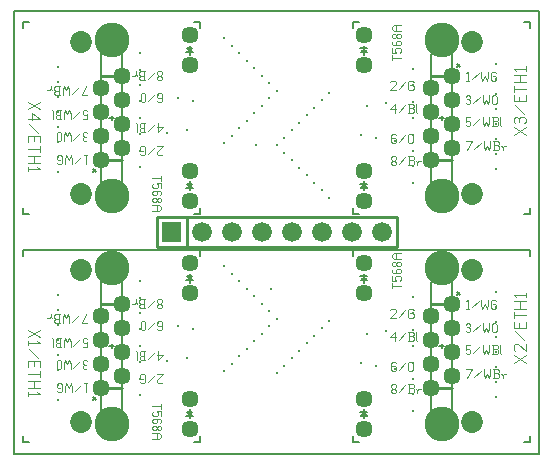
<source format=gbr>
G04 This is an RS-274x file exported by *
G04 gerbv version 2.7.0 *
G04 More information is available about gerbv at *
G04 http://gerbv.geda-project.org/ *
G04 --End of header info--*
%MOIN*%
%FSLAX36Y36*%
%IPPOS*%
G04 --Define apertures--*
%ADD10C,0.0060*%
%ADD11C,0.0030*%
%ADD12C,0.0100*%
%ADD13C,0.0040*%
%ADD14C,0.0572*%
%ADD15C,0.1162*%
%ADD16C,0.0729*%
%ADD17C,0.0660*%
%ADD18C,0.0001*%
%ADD19C,0.0350*%
%ADD20C,0.0940*%
%ADD21C,0.0510*%
%ADD22C,0.0380*%
%ADD23C,0.0130*%
G04 --Start main section--*
G54D10*
G01X1477420Y1752270D02*
G01X1493170Y1768020D01*
G01X1493170Y1752270D02*
G01X1477420Y1768020D01*
G01X0055000Y1180000D02*
G01X1745000Y1180000D01*
G01X0322580Y0727420D02*
G01X0306830Y0711670D01*
G01X0306830Y0727420D02*
G01X0322580Y0711670D01*
G01X0322580Y1487420D02*
G01X0306830Y1471670D01*
G01X0306830Y1487420D02*
G01X0322580Y1471670D01*
G01X1477420Y0992270D02*
G01X1493170Y1008020D01*
G01X1493170Y0992270D02*
G01X1477420Y1008020D01*
G54D11*
G01X0516260Y1425800D02*
G01X0516260Y1410800D01*
G01X0486260Y1418300D02*
G01X0516260Y1418300D01*
G01X0516260Y1401800D02*
G01X0516260Y1386800D01*
G01X0501260Y1401800D02*
G01X0516260Y1401800D01*
G01X0501260Y1401800D02*
G01X0505010Y1398050D01*
G01X0505010Y1398050D02*
G01X0505010Y1390550D01*
G01X0505010Y1390550D02*
G01X0501260Y1386800D01*
G01X0490010Y1386800D02*
G01X0501260Y1386800D01*
G01X0486260Y1390550D02*
G01X0490010Y1386800D01*
G01X0486260Y1398050D02*
G01X0486260Y1390550D01*
G01X0490010Y1401800D02*
G01X0486260Y1398050D01*
G01X0516260Y1366550D02*
G01X0512510Y1362800D01*
G01X0516260Y1374050D02*
G01X0516260Y1366550D01*
G01X0512510Y1377800D02*
G01X0516260Y1374050D01*
G01X0490010Y1377800D02*
G01X0512510Y1377800D01*
G01X0490010Y1377800D02*
G01X0486260Y1374050D01*
G01X0502760Y1366550D02*
G01X0499010Y1362800D01*
G01X0502760Y1377800D02*
G01X0502760Y1366550D01*
G01X0486260Y1374050D02*
G01X0486260Y1366550D01*
G01X0486260Y1366550D02*
G01X0490010Y1362800D01*
G01X0490010Y1362800D02*
G01X0499010Y1362800D01*
G01X0490010Y1353800D02*
G01X0486260Y1350050D01*
G01X0490010Y1353800D02*
G01X0496010Y1353800D01*
G01X0496010Y1353800D02*
G01X0501260Y1348550D01*
G01X0501260Y1348550D02*
G01X0501260Y1344050D01*
G01X0501260Y1344050D02*
G01X0496010Y1338800D01*
G01X0490010Y1338800D02*
G01X0496010Y1338800D01*
G01X0486260Y1342550D02*
G01X0490010Y1338800D01*
G01X0486260Y1350050D02*
G01X0486260Y1342550D01*
G01X0506510Y1353800D02*
G01X0501260Y1348550D01*
G01X0506510Y1353800D02*
G01X0512510Y1353800D01*
G01X0512510Y1353800D02*
G01X0516260Y1350050D01*
G01X0516260Y1350050D02*
G01X0516260Y1342550D01*
G01X0516260Y1342550D02*
G01X0512510Y1338800D01*
G01X0506510Y1338800D02*
G01X0512510Y1338800D01*
G01X0501260Y1344050D02*
G01X0506510Y1338800D01*
G01X0486260Y1329800D02*
G01X0508760Y1329800D01*
G01X0508760Y1329800D02*
G01X0516260Y1324550D01*
G01X0516260Y1324550D02*
G01X0516260Y1316300D01*
G01X0516260Y1316300D02*
G01X0508760Y1311050D01*
G01X0486260Y1311050D02*
G01X0508760Y1311050D01*
G01X0501260Y1329800D02*
G01X0501260Y1311050D01*
G01X0521200Y1499450D02*
G01X0517450Y1495700D01*
G01X0506200Y1495700D02*
G01X0517450Y1495700D01*
G01X0506200Y1495700D02*
G01X0502450Y1499450D01*
G01X0502450Y1506950D02*
G01X0502450Y1499450D01*
G01X0521200Y1525700D02*
G01X0502450Y1506950D01*
G01X0502450Y1525700D02*
G01X0521200Y1525700D01*
G01X0493450Y1521950D02*
G01X0470950Y1499450D01*
G01X0446950Y1495700D02*
G01X0443200Y1499450D01*
G01X0446950Y1495700D02*
G01X0458200Y1495700D01*
G01X0461950Y1499450D02*
G01X0458200Y1495700D01*
G01X0461950Y1521950D02*
G01X0461950Y1499450D01*
G01X0461950Y1521950D02*
G01X0458200Y1525700D01*
G01X0446950Y1525700D02*
G01X0458200Y1525700D01*
G01X0446950Y1525700D02*
G01X0443200Y1521950D01*
G01X0443200Y1521950D02*
G01X0443200Y1514450D01*
G01X0446950Y1510700D02*
G01X0443200Y1514450D01*
G01X0446950Y1510700D02*
G01X0454450Y1510700D01*
G01X0521200Y1591030D02*
G01X0506200Y1572280D01*
G01X0502450Y1591030D02*
G01X0521200Y1591030D01*
G01X0506200Y1602280D02*
G01X0506200Y1572280D01*
G01X0493450Y1598530D02*
G01X0470950Y1576030D01*
G01X0446950Y1602280D02*
G01X0461950Y1602280D01*
G01X0446950Y1602280D02*
G01X0443200Y1598530D01*
G01X0443200Y1598530D02*
G01X0443200Y1589530D01*
G01X0446950Y1585780D02*
G01X0443200Y1589530D01*
G01X0446950Y1585780D02*
G01X0458200Y1585780D01*
G01X0458200Y1602280D02*
G01X0458200Y1572280D01*
G01X0446950Y1572280D02*
G01X0461950Y1572280D01*
G01X0446950Y1572280D02*
G01X0443200Y1576030D01*
G01X0443200Y1582030D02*
G01X0443200Y1576030D01*
G01X0446950Y1585780D02*
G01X0443200Y1582030D01*
G01X0434200Y1598530D02*
G01X0434200Y1572280D01*
G01X0434200Y1598530D02*
G01X0430450Y1602280D01*
G01X0506020Y1673850D02*
G01X0502270Y1677600D01*
G01X0506020Y1673850D02*
G01X0513520Y1673850D01*
G01X0517270Y1677600D02*
G01X0513520Y1673850D01*
G01X0517270Y1700100D02*
G01X0517270Y1677600D01*
G01X0517270Y1700100D02*
G01X0513520Y1703850D01*
G01X0506020Y1687350D02*
G01X0502270Y1691100D01*
G01X0506020Y1687350D02*
G01X0517270Y1687350D01*
G01X0506020Y1703850D02*
G01X0513520Y1703850D01*
G01X0506020Y1703850D02*
G01X0502270Y1700100D01*
G01X0502270Y1700100D02*
G01X0502270Y1691100D01*
G01X0493270Y1700100D02*
G01X0470770Y1677600D01*
G01X0461770Y1700100D02*
G01X0461770Y1677600D01*
G01X0461770Y1677600D02*
G01X0458020Y1673850D01*
G01X0450520Y1673850D02*
G01X0458020Y1673850D01*
G01X0450520Y1673850D02*
G01X0446770Y1677600D01*
G01X0446770Y1700100D02*
G01X0446770Y1677600D01*
G01X0450520Y1703850D02*
G01X0446770Y1700100D01*
G01X0450520Y1703850D02*
G01X0458020Y1703850D01*
G01X0461770Y1700100D02*
G01X0458020Y1703850D01*
G01X0517270Y1772740D02*
G01X0513520Y1776490D01*
G01X0517270Y1772740D02*
G01X0517270Y1766740D01*
G01X0517270Y1766740D02*
G01X0512020Y1761490D01*
G01X0507520Y1761490D02*
G01X0512020Y1761490D01*
G01X0507520Y1761490D02*
G01X0502270Y1766740D01*
G01X0502270Y1772740D02*
G01X0502270Y1766740D01*
G01X0506020Y1776490D02*
G01X0502270Y1772740D01*
G01X0506020Y1776490D02*
G01X0513520Y1776490D01*
G01X0517270Y1756240D02*
G01X0512020Y1761490D01*
G01X0517270Y1756240D02*
G01X0517270Y1750240D01*
G01X0517270Y1750240D02*
G01X0513520Y1746490D01*
G01X0506020Y1746490D02*
G01X0513520Y1746490D01*
G01X0506020Y1746490D02*
G01X0502270Y1750240D01*
G01X0502270Y1756240D02*
G01X0502270Y1750240D01*
G01X0507520Y1761490D02*
G01X0502270Y1756240D01*
G01X0493270Y1772740D02*
G01X0470770Y1750240D01*
G01X0446770Y1776490D02*
G01X0461770Y1776490D01*
G01X0446770Y1776490D02*
G01X0443020Y1772740D01*
G01X0443020Y1772740D02*
G01X0443020Y1763740D01*
G01X0446770Y1759990D02*
G01X0443020Y1763740D01*
G01X0446770Y1759990D02*
G01X0458020Y1759990D01*
G01X0458020Y1776490D02*
G01X0458020Y1746490D01*
G01X0446770Y1746490D02*
G01X0461770Y1746490D01*
G01X0446770Y1746490D02*
G01X0443020Y1750240D01*
G01X0443020Y1756240D02*
G01X0443020Y1750240D01*
G01X0446770Y1759990D02*
G01X0443020Y1756240D01*
G01X0430270Y1776490D02*
G01X0430270Y1765240D01*
G01X0430270Y1765240D02*
G01X0426520Y1761490D01*
G01X0419020Y1761490D02*
G01X0426520Y1761490D01*
G01X0434020Y1761490D02*
G01X0430270Y1765240D01*
G01X0269430Y0711000D02*
G01X0263430Y0705000D01*
G01X0263430Y0735000D02*
G01X0263430Y0705000D01*
G01X0258180Y0735000D02*
G01X0269430Y0735000D01*
G01X0249180Y0731250D02*
G01X0226680Y0708750D01*
G01X0217680Y0720000D02*
G01X0217680Y0705000D01*
G01X0217680Y0720000D02*
G01X0213930Y0735000D01*
G01X0213930Y0735000D02*
G01X0206430Y0720000D01*
G01X0206430Y0720000D02*
G01X0198930Y0735000D01*
G01X0198930Y0735000D02*
G01X0195180Y0720000D01*
G01X0195180Y0720000D02*
G01X0195180Y0705000D01*
G01X0171180Y0705000D02*
G01X0167430Y0708750D01*
G01X0171180Y0705000D02*
G01X0182430Y0705000D01*
G01X0186180Y0708750D02*
G01X0182430Y0705000D01*
G01X0186180Y0731250D02*
G01X0186180Y0708750D01*
G01X0186180Y0731250D02*
G01X0182430Y0735000D01*
G01X0171180Y0735000D02*
G01X0182430Y0735000D01*
G01X0171180Y0735000D02*
G01X0167430Y0731250D01*
G01X0167430Y0731250D02*
G01X0167430Y0723750D01*
G01X0171180Y0720000D02*
G01X0167430Y0723750D01*
G01X0171180Y0720000D02*
G01X0178680Y0720000D01*
G01X0268840Y0788270D02*
G01X0265090Y0784520D01*
G01X0257590Y0784520D02*
G01X0265090Y0784520D01*
G01X0257590Y0784520D02*
G01X0253840Y0788270D01*
G01X0257590Y0814520D02*
G01X0253840Y0810770D01*
G01X0257590Y0814520D02*
G01X0265090Y0814520D01*
G01X0268840Y0810770D02*
G01X0265090Y0814520D01*
G01X0257590Y0798020D02*
G01X0265090Y0798020D01*
G01X0253840Y0794270D02*
G01X0253840Y0788270D01*
G01X0253840Y0810770D02*
G01X0253840Y0801770D01*
G01X0253840Y0801770D02*
G01X0257590Y0798020D01*
G01X0253840Y0794270D02*
G01X0257590Y0798020D01*
G01X0244840Y0810770D02*
G01X0222340Y0788270D01*
G01X0213340Y0799520D02*
G01X0213340Y0784520D01*
G01X0213340Y0799520D02*
G01X0209590Y0814520D01*
G01X0209590Y0814520D02*
G01X0202090Y0799520D01*
G01X0202090Y0799520D02*
G01X0194590Y0814520D01*
G01X0194590Y0814520D02*
G01X0190840Y0799520D01*
G01X0190840Y0799520D02*
G01X0190840Y0784520D01*
G01X0181840Y0810770D02*
G01X0181840Y0788270D01*
G01X0181840Y0788270D02*
G01X0178090Y0784520D01*
G01X0170590Y0784520D02*
G01X0178090Y0784520D01*
G01X0170590Y0784520D02*
G01X0166840Y0788270D01*
G01X0166840Y0810770D02*
G01X0166840Y0788270D01*
G01X0170590Y0814520D02*
G01X0166840Y0810770D01*
G01X0170590Y0814520D02*
G01X0178090Y0814520D01*
G01X0181840Y0810770D02*
G01X0178090Y0814520D01*
G01X0253840Y0857160D02*
G01X0268840Y0857160D01*
G01X0268840Y0872160D02*
G01X0268840Y0857160D01*
G01X0268840Y0872160D02*
G01X0265090Y0868410D01*
G01X0257590Y0868410D02*
G01X0265090Y0868410D01*
G01X0257590Y0868410D02*
G01X0253840Y0872160D01*
G01X0253840Y0883410D02*
G01X0253840Y0872160D01*
G01X0257590Y0887160D02*
G01X0253840Y0883410D01*
G01X0257590Y0887160D02*
G01X0265090Y0887160D01*
G01X0268840Y0883410D02*
G01X0265090Y0887160D01*
G01X0244840Y0883410D02*
G01X0222340Y0860910D01*
G01X0213340Y0872160D02*
G01X0213340Y0857160D01*
G01X0213340Y0872160D02*
G01X0209590Y0887160D01*
G01X0209590Y0887160D02*
G01X0202090Y0872160D01*
G01X0202090Y0872160D02*
G01X0194590Y0887160D01*
G01X0194590Y0887160D02*
G01X0190840Y0872160D01*
G01X0190840Y0872160D02*
G01X0190840Y0857160D01*
G01X0166840Y0887160D02*
G01X0181840Y0887160D01*
G01X0166840Y0887160D02*
G01X0163090Y0883410D01*
G01X0163090Y0883410D02*
G01X0163090Y0874410D01*
G01X0166840Y0870660D02*
G01X0163090Y0874410D01*
G01X0166840Y0870660D02*
G01X0178090Y0870660D01*
G01X0178090Y0887160D02*
G01X0178090Y0857160D01*
G01X0166840Y0857160D02*
G01X0181840Y0857160D01*
G01X0166840Y0857160D02*
G01X0163090Y0860910D01*
G01X0163090Y0866910D02*
G01X0163090Y0860910D01*
G01X0166840Y0870660D02*
G01X0163090Y0866910D01*
G01X0154090Y0883410D02*
G01X0154090Y0857160D01*
G01X0154090Y0883410D02*
G01X0150340Y0887160D01*
G01X0516260Y0665800D02*
G01X0516260Y0650800D01*
G01X0486260Y0658300D02*
G01X0516260Y0658300D01*
G01X0516260Y0641800D02*
G01X0516260Y0626800D01*
G01X0501260Y0641800D02*
G01X0516260Y0641800D01*
G01X0501260Y0641800D02*
G01X0505010Y0638050D01*
G01X0505010Y0638050D02*
G01X0505010Y0630550D01*
G01X0505010Y0630550D02*
G01X0501260Y0626800D01*
G01X0490010Y0626800D02*
G01X0501260Y0626800D01*
G01X0486260Y0630550D02*
G01X0490010Y0626800D01*
G01X0486260Y0638050D02*
G01X0486260Y0630550D01*
G01X0490010Y0641800D02*
G01X0486260Y0638050D01*
G01X0516260Y0606550D02*
G01X0512510Y0602800D01*
G01X0516260Y0614050D02*
G01X0516260Y0606550D01*
G01X0512510Y0617800D02*
G01X0516260Y0614050D01*
G01X0490010Y0617800D02*
G01X0512510Y0617800D01*
G01X0490010Y0617800D02*
G01X0486260Y0614050D01*
G01X0502760Y0606550D02*
G01X0499010Y0602800D01*
G01X0502760Y0617800D02*
G01X0502760Y0606550D01*
G01X0486260Y0614050D02*
G01X0486260Y0606550D01*
G01X0486260Y0606550D02*
G01X0490010Y0602800D01*
G01X0490010Y0602800D02*
G01X0499010Y0602800D01*
G01X0490010Y0593800D02*
G01X0486260Y0590050D01*
G01X0490010Y0593800D02*
G01X0496010Y0593800D01*
G01X0496010Y0593800D02*
G01X0501260Y0588550D01*
G01X0501260Y0588550D02*
G01X0501260Y0584050D01*
G01X0501260Y0584050D02*
G01X0496010Y0578800D01*
G01X0490010Y0578800D02*
G01X0496010Y0578800D01*
G01X0486260Y0582550D02*
G01X0490010Y0578800D01*
G01X0486260Y0590050D02*
G01X0486260Y0582550D01*
G01X0506510Y0593800D02*
G01X0501260Y0588550D01*
G01X0506510Y0593800D02*
G01X0512510Y0593800D01*
G01X0512510Y0593800D02*
G01X0516260Y0590050D01*
G01X0516260Y0590050D02*
G01X0516260Y0582550D01*
G01X0516260Y0582550D02*
G01X0512510Y0578800D01*
G01X0506510Y0578800D02*
G01X0512510Y0578800D01*
G01X0501260Y0584050D02*
G01X0506510Y0578800D01*
G01X0486260Y0569800D02*
G01X0508760Y0569800D01*
G01X0508760Y0569800D02*
G01X0516260Y0564550D01*
G01X0516260Y0564550D02*
G01X0516260Y0556300D01*
G01X0516260Y0556300D02*
G01X0508760Y0551050D01*
G01X0486260Y0551050D02*
G01X0508760Y0551050D01*
G01X0501260Y0569800D02*
G01X0501260Y0551050D01*
G01X0521200Y0739450D02*
G01X0517450Y0735700D01*
G01X0506200Y0735700D02*
G01X0517450Y0735700D01*
G01X0506200Y0735700D02*
G01X0502450Y0739450D01*
G01X0502450Y0746950D02*
G01X0502450Y0739450D01*
G01X0521200Y0765700D02*
G01X0502450Y0746950D01*
G01X0502450Y0765700D02*
G01X0521200Y0765700D01*
G01X0493450Y0761950D02*
G01X0470950Y0739450D01*
G01X0446950Y0735700D02*
G01X0443200Y0739450D01*
G01X0446950Y0735700D02*
G01X0458200Y0735700D01*
G01X0461950Y0739450D02*
G01X0458200Y0735700D01*
G01X0461950Y0761950D02*
G01X0461950Y0739450D01*
G01X0461950Y0761950D02*
G01X0458200Y0765700D01*
G01X0446950Y0765700D02*
G01X0458200Y0765700D01*
G01X0446950Y0765700D02*
G01X0443200Y0761950D01*
G01X0443200Y0761950D02*
G01X0443200Y0754450D01*
G01X0446950Y0750700D02*
G01X0443200Y0754450D01*
G01X0446950Y0750700D02*
G01X0454450Y0750700D01*
G01X0521200Y0831030D02*
G01X0506200Y0812280D01*
G01X0502450Y0831030D02*
G01X0521200Y0831030D01*
G01X0506200Y0842280D02*
G01X0506200Y0812280D01*
G01X0493450Y0838530D02*
G01X0470950Y0816030D01*
G01X0446950Y0842280D02*
G01X0461950Y0842280D01*
G01X0446950Y0842280D02*
G01X0443200Y0838530D01*
G01X0443200Y0838530D02*
G01X0443200Y0829530D01*
G01X0446950Y0825780D02*
G01X0443200Y0829530D01*
G01X0446950Y0825780D02*
G01X0458200Y0825780D01*
G01X0458200Y0842280D02*
G01X0458200Y0812280D01*
G01X0446950Y0812280D02*
G01X0461950Y0812280D01*
G01X0446950Y0812280D02*
G01X0443200Y0816030D01*
G01X0443200Y0822030D02*
G01X0443200Y0816030D01*
G01X0446950Y0825780D02*
G01X0443200Y0822030D01*
G01X0434200Y0838530D02*
G01X0434200Y0812280D01*
G01X0434200Y0838530D02*
G01X0430450Y0842280D01*
G01X0506020Y0913850D02*
G01X0502270Y0917600D01*
G01X0506020Y0913850D02*
G01X0513520Y0913850D01*
G01X0517270Y0917600D02*
G01X0513520Y0913850D01*
G01X0517270Y0940100D02*
G01X0517270Y0917600D01*
G01X0517270Y0940100D02*
G01X0513520Y0943850D01*
G01X0506020Y0927350D02*
G01X0502270Y0931100D01*
G01X0506020Y0927350D02*
G01X0517270Y0927350D01*
G01X0506020Y0943850D02*
G01X0513520Y0943850D01*
G01X0506020Y0943850D02*
G01X0502270Y0940100D01*
G01X0502270Y0940100D02*
G01X0502270Y0931100D01*
G01X0493270Y0940100D02*
G01X0470770Y0917600D01*
G01X0461770Y0940100D02*
G01X0461770Y0917600D01*
G01X0461770Y0917600D02*
G01X0458020Y0913850D01*
G01X0450520Y0913850D02*
G01X0458020Y0913850D01*
G01X0450520Y0913850D02*
G01X0446770Y0917600D01*
G01X0446770Y0940100D02*
G01X0446770Y0917600D01*
G01X0450520Y0943850D02*
G01X0446770Y0940100D01*
G01X0450520Y0943850D02*
G01X0458020Y0943850D01*
G01X0461770Y0940100D02*
G01X0458020Y0943850D01*
G01X0265090Y0967670D02*
G01X0250090Y0937670D01*
G01X0250090Y0937670D02*
G01X0268840Y0937670D01*
G01X0241090Y0963920D02*
G01X0218590Y0941420D01*
G01X0209590Y0952670D02*
G01X0209590Y0937670D01*
G01X0209590Y0952670D02*
G01X0205840Y0967670D01*
G01X0205840Y0967670D02*
G01X0198340Y0952670D01*
G01X0198340Y0952670D02*
G01X0190840Y0967670D01*
G01X0190840Y0967670D02*
G01X0187090Y0952670D01*
G01X0187090Y0952670D02*
G01X0187090Y0937670D01*
G01X0163090Y0967670D02*
G01X0178090Y0967670D01*
G01X0163090Y0967670D02*
G01X0159340Y0963920D01*
G01X0159340Y0963920D02*
G01X0159340Y0954920D01*
G01X0163090Y0951170D02*
G01X0159340Y0954920D01*
G01X0163090Y0951170D02*
G01X0174340Y0951170D01*
G01X0174340Y0967670D02*
G01X0174340Y0937670D01*
G01X0163090Y0937670D02*
G01X0178090Y0937670D01*
G01X0163090Y0937670D02*
G01X0159340Y0941420D01*
G01X0159340Y0947420D02*
G01X0159340Y0941420D01*
G01X0163090Y0951170D02*
G01X0159340Y0947420D01*
G01X0146590Y0967670D02*
G01X0146590Y0956420D01*
G01X0146590Y0956420D02*
G01X0142840Y0952670D01*
G01X0135340Y0952670D02*
G01X0142840Y0952670D01*
G01X0150340Y0952670D02*
G01X0146590Y0956420D01*
G01X0517270Y1012740D02*
G01X0513520Y1016490D01*
G01X0517270Y1012740D02*
G01X0517270Y1006740D01*
G01X0517270Y1006740D02*
G01X0512020Y1001490D01*
G01X0507520Y1001490D02*
G01X0512020Y1001490D01*
G01X0507520Y1001490D02*
G01X0502270Y1006740D01*
G01X0502270Y1012740D02*
G01X0502270Y1006740D01*
G01X0506020Y1016490D02*
G01X0502270Y1012740D01*
G01X0506020Y1016490D02*
G01X0513520Y1016490D01*
G01X0517270Y0996240D02*
G01X0512020Y1001490D01*
G01X0517270Y0996240D02*
G01X0517270Y0990240D01*
G01X0517270Y0990240D02*
G01X0513520Y0986490D01*
G01X0506020Y0986490D02*
G01X0513520Y0986490D01*
G01X0506020Y0986490D02*
G01X0502270Y0990240D01*
G01X0502270Y0996240D02*
G01X0502270Y0990240D01*
G01X0507520Y1001490D02*
G01X0502270Y0996240D01*
G01X0493270Y1012740D02*
G01X0470770Y0990240D01*
G01X0446770Y1016490D02*
G01X0461770Y1016490D01*
G01X0446770Y1016490D02*
G01X0443020Y1012740D01*
G01X0443020Y1012740D02*
G01X0443020Y1003740D01*
G01X0446770Y0999990D02*
G01X0443020Y1003740D01*
G01X0446770Y0999990D02*
G01X0458020Y0999990D01*
G01X0458020Y1016490D02*
G01X0458020Y0986490D01*
G01X0446770Y0986490D02*
G01X0461770Y0986490D01*
G01X0446770Y0986490D02*
G01X0443020Y0990240D01*
G01X0443020Y0996240D02*
G01X0443020Y0990240D01*
G01X0446770Y0999990D02*
G01X0443020Y0996240D01*
G01X0430270Y1016490D02*
G01X0430270Y1005240D01*
G01X0430270Y1005240D02*
G01X0426520Y1001490D01*
G01X0419020Y1001490D02*
G01X0426520Y1001490D01*
G01X0434020Y1001490D02*
G01X0430270Y1005240D01*
G01X0269430Y1471000D02*
G01X0263430Y1465000D01*
G01X0263430Y1495000D02*
G01X0263430Y1465000D01*
G01X0258180Y1495000D02*
G01X0269430Y1495000D01*
G01X0249180Y1491250D02*
G01X0226680Y1468750D01*
G01X0217680Y1480000D02*
G01X0217680Y1465000D01*
G01X0217680Y1480000D02*
G01X0213930Y1495000D01*
G01X0213930Y1495000D02*
G01X0206430Y1480000D01*
G01X0206430Y1480000D02*
G01X0198930Y1495000D01*
G01X0198930Y1495000D02*
G01X0195180Y1480000D01*
G01X0195180Y1480000D02*
G01X0195180Y1465000D01*
G01X0171180Y1465000D02*
G01X0167430Y1468750D01*
G01X0171180Y1465000D02*
G01X0182430Y1465000D01*
G01X0186180Y1468750D02*
G01X0182430Y1465000D01*
G01X0186180Y1491250D02*
G01X0186180Y1468750D01*
G01X0186180Y1491250D02*
G01X0182430Y1495000D01*
G01X0171180Y1495000D02*
G01X0182430Y1495000D01*
G01X0171180Y1495000D02*
G01X0167430Y1491250D01*
G01X0167430Y1491250D02*
G01X0167430Y1483750D01*
G01X0171180Y1480000D02*
G01X0167430Y1483750D01*
G01X0171180Y1480000D02*
G01X0178680Y1480000D01*
G01X0268840Y1548270D02*
G01X0265090Y1544520D01*
G01X0257590Y1544520D02*
G01X0265090Y1544520D01*
G01X0257590Y1544520D02*
G01X0253840Y1548270D01*
G01X0257590Y1574520D02*
G01X0253840Y1570770D01*
G01X0257590Y1574520D02*
G01X0265090Y1574520D01*
G01X0268840Y1570770D02*
G01X0265090Y1574520D01*
G01X0257590Y1558020D02*
G01X0265090Y1558020D01*
G01X0253840Y1554270D02*
G01X0253840Y1548270D01*
G01X0253840Y1570770D02*
G01X0253840Y1561770D01*
G01X0253840Y1561770D02*
G01X0257590Y1558020D01*
G01X0253840Y1554270D02*
G01X0257590Y1558020D01*
G01X0244840Y1570770D02*
G01X0222340Y1548270D01*
G01X0213340Y1559520D02*
G01X0213340Y1544520D01*
G01X0213340Y1559520D02*
G01X0209590Y1574520D01*
G01X0209590Y1574520D02*
G01X0202090Y1559520D01*
G01X0202090Y1559520D02*
G01X0194590Y1574520D01*
G01X0194590Y1574520D02*
G01X0190840Y1559520D01*
G01X0190840Y1559520D02*
G01X0190840Y1544520D01*
G01X0181840Y1570770D02*
G01X0181840Y1548270D01*
G01X0181840Y1548270D02*
G01X0178090Y1544520D01*
G01X0170590Y1544520D02*
G01X0178090Y1544520D01*
G01X0170590Y1544520D02*
G01X0166840Y1548270D01*
G01X0166840Y1570770D02*
G01X0166840Y1548270D01*
G01X0170590Y1574520D02*
G01X0166840Y1570770D01*
G01X0170590Y1574520D02*
G01X0178090Y1574520D01*
G01X0181840Y1570770D02*
G01X0178090Y1574520D01*
G01X0253840Y1617160D02*
G01X0268840Y1617160D01*
G01X0268840Y1632160D02*
G01X0268840Y1617160D01*
G01X0268840Y1632160D02*
G01X0265090Y1628410D01*
G01X0257590Y1628410D02*
G01X0265090Y1628410D01*
G01X0257590Y1628410D02*
G01X0253840Y1632160D01*
G01X0253840Y1643410D02*
G01X0253840Y1632160D01*
G01X0257590Y1647160D02*
G01X0253840Y1643410D01*
G01X0257590Y1647160D02*
G01X0265090Y1647160D01*
G01X0268840Y1643410D02*
G01X0265090Y1647160D01*
G01X0244840Y1643410D02*
G01X0222340Y1620910D01*
G01X0213340Y1632160D02*
G01X0213340Y1617160D01*
G01X0213340Y1632160D02*
G01X0209590Y1647160D01*
G01X0209590Y1647160D02*
G01X0202090Y1632160D01*
G01X0202090Y1632160D02*
G01X0194590Y1647160D01*
G01X0194590Y1647160D02*
G01X0190840Y1632160D01*
G01X0190840Y1632160D02*
G01X0190840Y1617160D01*
G01X0166840Y1647160D02*
G01X0181840Y1647160D01*
G01X0166840Y1647160D02*
G01X0163090Y1643410D01*
G01X0163090Y1643410D02*
G01X0163090Y1634410D01*
G01X0166840Y1630660D02*
G01X0163090Y1634410D01*
G01X0166840Y1630660D02*
G01X0178090Y1630660D01*
G01X0178090Y1647160D02*
G01X0178090Y1617160D01*
G01X0166840Y1617160D02*
G01X0181840Y1617160D01*
G01X0166840Y1617160D02*
G01X0163090Y1620910D01*
G01X0163090Y1626910D02*
G01X0163090Y1620910D01*
G01X0166840Y1630660D02*
G01X0163090Y1626910D01*
G01X0154090Y1643410D02*
G01X0154090Y1617160D01*
G01X0154090Y1643410D02*
G01X0150340Y1647160D01*
G01X0265090Y1727670D02*
G01X0250090Y1697670D01*
G01X0250090Y1697670D02*
G01X0268840Y1697670D01*
G01X0241090Y1723920D02*
G01X0218590Y1701420D01*
G01X0209590Y1712670D02*
G01X0209590Y1697670D01*
G01X0209590Y1712670D02*
G01X0205840Y1727670D01*
G01X0205840Y1727670D02*
G01X0198340Y1712670D01*
G01X0198340Y1712670D02*
G01X0190840Y1727670D01*
G01X0190840Y1727670D02*
G01X0187090Y1712670D01*
G01X0187090Y1712670D02*
G01X0187090Y1697670D01*
G01X0163090Y1727670D02*
G01X0178090Y1727670D01*
G01X0163090Y1727670D02*
G01X0159340Y1723920D01*
G01X0159340Y1723920D02*
G01X0159340Y1714920D01*
G01X0163090Y1711170D02*
G01X0159340Y1714920D01*
G01X0163090Y1711170D02*
G01X0174340Y1711170D01*
G01X0174340Y1727670D02*
G01X0174340Y1697670D01*
G01X0163090Y1697670D02*
G01X0178090Y1697670D01*
G01X0163090Y1697670D02*
G01X0159340Y1701420D01*
G01X0159340Y1707420D02*
G01X0159340Y1701420D01*
G01X0163090Y1711170D02*
G01X0159340Y1707420D01*
G01X0146590Y1727670D02*
G01X0146590Y1716420D01*
G01X0146590Y1716420D02*
G01X0142840Y1712670D01*
G01X0135340Y1712670D02*
G01X0142840Y1712670D01*
G01X0150340Y1712670D02*
G01X0146590Y1716420D01*
G01X1283740Y1828880D02*
G01X1283740Y1813880D01*
G01X1283740Y1821380D02*
G01X1313740Y1821380D01*
G01X1283740Y1852880D02*
G01X1283740Y1837880D01*
G01X1283740Y1837880D02*
G01X1298740Y1837880D01*
G01X1298740Y1837880D02*
G01X1294990Y1841630D01*
G01X1294990Y1849130D02*
G01X1294990Y1841630D01*
G01X1294990Y1849130D02*
G01X1298740Y1852880D01*
G01X1298740Y1852880D02*
G01X1309990Y1852880D01*
G01X1313740Y1849130D02*
G01X1309990Y1852880D01*
G01X1313740Y1849130D02*
G01X1313740Y1841630D01*
G01X1309990Y1837880D02*
G01X1313740Y1841630D01*
G01X1283740Y1873130D02*
G01X1287490Y1876880D01*
G01X1283740Y1873130D02*
G01X1283740Y1865630D01*
G01X1287490Y1861880D02*
G01X1283740Y1865630D01*
G01X1287490Y1861880D02*
G01X1309990Y1861880D01*
G01X1309990Y1861880D02*
G01X1313740Y1865630D01*
G01X1297240Y1873130D02*
G01X1300990Y1876880D01*
G01X1297240Y1873130D02*
G01X1297240Y1861880D01*
G01X1313740Y1873130D02*
G01X1313740Y1865630D01*
G01X1313740Y1873130D02*
G01X1309990Y1876880D01*
G01X1300990Y1876880D02*
G01X1309990Y1876880D01*
G01X1309990Y1885880D02*
G01X1313740Y1889630D01*
G01X1303990Y1885880D02*
G01X1309990Y1885880D01*
G01X1303990Y1885880D02*
G01X1298740Y1891130D01*
G01X1298740Y1895630D02*
G01X1298740Y1891130D01*
G01X1298740Y1895630D02*
G01X1303990Y1900880D01*
G01X1303990Y1900880D02*
G01X1309990Y1900880D01*
G01X1313740Y1897130D02*
G01X1309990Y1900880D01*
G01X1313740Y1897130D02*
G01X1313740Y1889630D01*
G01X1293490Y1885880D02*
G01X1298740Y1891130D01*
G01X1287490Y1885880D02*
G01X1293490Y1885880D01*
G01X1287490Y1885880D02*
G01X1283740Y1889630D01*
G01X1283740Y1897130D02*
G01X1283740Y1889630D01*
G01X1283740Y1897130D02*
G01X1287490Y1900880D01*
G01X1287490Y1900880D02*
G01X1293490Y1900880D01*
G01X1298740Y1895630D02*
G01X1293490Y1900880D01*
G01X1291240Y1909880D02*
G01X1313740Y1909880D01*
G01X1291240Y1909880D02*
G01X1283740Y1915130D01*
G01X1283740Y1923380D02*
G01X1283740Y1915130D01*
G01X1283740Y1923380D02*
G01X1291240Y1928630D01*
G01X1291240Y1928630D02*
G01X1313740Y1928630D01*
G01X1298740Y1928630D02*
G01X1298740Y1909880D01*
G01X1530570Y1768690D02*
G01X1536570Y1774690D01*
G01X1536570Y1774690D02*
G01X1536570Y1744690D01*
G01X1530570Y1744690D02*
G01X1541820Y1744690D01*
G01X1550820Y1748440D02*
G01X1573320Y1770940D01*
G01X1582320Y1774690D02*
G01X1582320Y1759690D01*
G01X1582320Y1759690D02*
G01X1586070Y1744690D01*
G01X1586070Y1744690D02*
G01X1593570Y1759690D01*
G01X1593570Y1759690D02*
G01X1601070Y1744690D01*
G01X1601070Y1744690D02*
G01X1604820Y1759690D01*
G01X1604820Y1774690D02*
G01X1604820Y1759690D01*
G01X1628820Y1774690D02*
G01X1632570Y1770940D01*
G01X1617570Y1774690D02*
G01X1628820Y1774690D01*
G01X1613820Y1770940D02*
G01X1617570Y1774690D01*
G01X1613820Y1770940D02*
G01X1613820Y1748440D01*
G01X1613820Y1748440D02*
G01X1617570Y1744690D01*
G01X1617570Y1744690D02*
G01X1628820Y1744690D01*
G01X1628820Y1744690D02*
G01X1632570Y1748440D01*
G01X1632570Y1755940D02*
G01X1632570Y1748440D01*
G01X1628820Y1759690D02*
G01X1632570Y1755940D01*
G01X1621320Y1759690D02*
G01X1628820Y1759690D01*
G01X1278800Y1740230D02*
G01X1282550Y1743980D01*
G01X1282550Y1743980D02*
G01X1293800Y1743980D01*
G01X1293800Y1743980D02*
G01X1297550Y1740230D01*
G01X1297550Y1740230D02*
G01X1297550Y1732730D01*
G01X1278800Y1713980D02*
G01X1297550Y1732730D01*
G01X1278800Y1713980D02*
G01X1297550Y1713980D01*
G01X1306550Y1717730D02*
G01X1329050Y1740230D01*
G01X1353050Y1743980D02*
G01X1356800Y1740230D01*
G01X1341800Y1743980D02*
G01X1353050Y1743980D01*
G01X1338050Y1740230D02*
G01X1341800Y1743980D01*
G01X1338050Y1740230D02*
G01X1338050Y1717730D01*
G01X1338050Y1717730D02*
G01X1341800Y1713980D01*
G01X1341800Y1713980D02*
G01X1353050Y1713980D01*
G01X1353050Y1713980D02*
G01X1356800Y1717730D01*
G01X1356800Y1725230D02*
G01X1356800Y1717730D01*
G01X1353050Y1728980D02*
G01X1356800Y1725230D01*
G01X1345550Y1728980D02*
G01X1353050Y1728980D01*
G01X1531160Y1691410D02*
G01X1534910Y1695160D01*
G01X1534910Y1695160D02*
G01X1542410Y1695160D01*
G01X1542410Y1695160D02*
G01X1546160Y1691410D01*
G01X1542410Y1665160D02*
G01X1546160Y1668910D01*
G01X1534910Y1665160D02*
G01X1542410Y1665160D01*
G01X1531160Y1668910D02*
G01X1534910Y1665160D01*
G01X1534910Y1681660D02*
G01X1542410Y1681660D01*
G01X1546160Y1691410D02*
G01X1546160Y1685410D01*
G01X1546160Y1677910D02*
G01X1546160Y1668910D01*
G01X1546160Y1677910D02*
G01X1542410Y1681660D01*
G01X1546160Y1685410D02*
G01X1542410Y1681660D01*
G01X1555160Y1668910D02*
G01X1577660Y1691410D01*
G01X1586660Y1695160D02*
G01X1586660Y1680160D01*
G01X1586660Y1680160D02*
G01X1590410Y1665160D01*
G01X1590410Y1665160D02*
G01X1597910Y1680160D01*
G01X1597910Y1680160D02*
G01X1605410Y1665160D01*
G01X1605410Y1665160D02*
G01X1609160Y1680160D01*
G01X1609160Y1695160D02*
G01X1609160Y1680160D01*
G01X1618160Y1691410D02*
G01X1618160Y1668910D01*
G01X1618160Y1691410D02*
G01X1621910Y1695160D01*
G01X1621910Y1695160D02*
G01X1629410Y1695160D01*
G01X1629410Y1695160D02*
G01X1633160Y1691410D01*
G01X1633160Y1691410D02*
G01X1633160Y1668910D01*
G01X1629410Y1665160D02*
G01X1633160Y1668910D01*
G01X1621910Y1665160D02*
G01X1629410Y1665160D01*
G01X1618160Y1668910D02*
G01X1621910Y1665160D01*
G01X1278800Y1648660D02*
G01X1293800Y1667410D01*
G01X1278800Y1648660D02*
G01X1297550Y1648660D01*
G01X1293800Y1667410D02*
G01X1293800Y1637410D01*
G01X1306550Y1641160D02*
G01X1329050Y1663660D01*
G01X1338050Y1637410D02*
G01X1353050Y1637410D01*
G01X1353050Y1637410D02*
G01X1356800Y1641160D01*
G01X1356800Y1650160D02*
G01X1356800Y1641160D01*
G01X1353050Y1653910D02*
G01X1356800Y1650160D01*
G01X1341800Y1653910D02*
G01X1353050Y1653910D01*
G01X1341800Y1667410D02*
G01X1341800Y1637410D01*
G01X1338050Y1667410D02*
G01X1353050Y1667410D01*
G01X1353050Y1667410D02*
G01X1356800Y1663660D01*
G01X1356800Y1663660D02*
G01X1356800Y1657660D01*
G01X1353050Y1653910D02*
G01X1356800Y1657660D01*
G01X1365800Y1667410D02*
G01X1365800Y1641160D01*
G01X1365800Y1641160D02*
G01X1369550Y1637410D01*
G01X1293980Y1565830D02*
G01X1297730Y1562080D01*
G01X1286480Y1565830D02*
G01X1293980Y1565830D01*
G01X1282730Y1562080D02*
G01X1286480Y1565830D01*
G01X1282730Y1562080D02*
G01X1282730Y1539580D01*
G01X1282730Y1539580D02*
G01X1286480Y1535830D01*
G01X1293980Y1552330D02*
G01X1297730Y1548580D01*
G01X1282730Y1552330D02*
G01X1293980Y1552330D01*
G01X1286480Y1535830D02*
G01X1293980Y1535830D01*
G01X1293980Y1535830D02*
G01X1297730Y1539580D01*
G01X1297730Y1548580D02*
G01X1297730Y1539580D01*
G01X1306730Y1539580D02*
G01X1329230Y1562080D01*
G01X1338230Y1562080D02*
G01X1338230Y1539580D01*
G01X1338230Y1562080D02*
G01X1341980Y1565830D01*
G01X1341980Y1565830D02*
G01X1349480Y1565830D01*
G01X1349480Y1565830D02*
G01X1353230Y1562080D01*
G01X1353230Y1562080D02*
G01X1353230Y1539580D01*
G01X1349480Y1535830D02*
G01X1353230Y1539580D01*
G01X1341980Y1535830D02*
G01X1349480Y1535830D01*
G01X1338230Y1539580D02*
G01X1341980Y1535830D01*
G01X1282730Y1466940D02*
G01X1286480Y1463190D01*
G01X1282730Y1472940D02*
G01X1282730Y1466940D01*
G01X1282730Y1472940D02*
G01X1287980Y1478190D01*
G01X1287980Y1478190D02*
G01X1292480Y1478190D01*
G01X1292480Y1478190D02*
G01X1297730Y1472940D01*
G01X1297730Y1472940D02*
G01X1297730Y1466940D01*
G01X1293980Y1463190D02*
G01X1297730Y1466940D01*
G01X1286480Y1463190D02*
G01X1293980Y1463190D01*
G01X1282730Y1483440D02*
G01X1287980Y1478190D01*
G01X1282730Y1489440D02*
G01X1282730Y1483440D01*
G01X1282730Y1489440D02*
G01X1286480Y1493190D01*
G01X1286480Y1493190D02*
G01X1293980Y1493190D01*
G01X1293980Y1493190D02*
G01X1297730Y1489440D01*
G01X1297730Y1489440D02*
G01X1297730Y1483440D01*
G01X1292480Y1478190D02*
G01X1297730Y1483440D01*
G01X1306730Y1466940D02*
G01X1329230Y1489440D01*
G01X1338230Y1463190D02*
G01X1353230Y1463190D01*
G01X1353230Y1463190D02*
G01X1356980Y1466940D01*
G01X1356980Y1475940D02*
G01X1356980Y1466940D01*
G01X1353230Y1479690D02*
G01X1356980Y1475940D01*
G01X1341980Y1479690D02*
G01X1353230Y1479690D01*
G01X1341980Y1493190D02*
G01X1341980Y1463190D01*
G01X1338230Y1493190D02*
G01X1353230Y1493190D01*
G01X1353230Y1493190D02*
G01X1356980Y1489440D01*
G01X1356980Y1489440D02*
G01X1356980Y1483440D01*
G01X1353230Y1479690D02*
G01X1356980Y1483440D01*
G01X1369730Y1474440D02*
G01X1369730Y1463190D01*
G01X1369730Y1474440D02*
G01X1373480Y1478190D01*
G01X1373480Y1478190D02*
G01X1380980Y1478190D01*
G01X1365980Y1478190D02*
G01X1369730Y1474440D01*
G01X1531160Y1622520D02*
G01X1546160Y1622520D01*
G01X1531160Y1622520D02*
G01X1531160Y1607520D01*
G01X1531160Y1607520D02*
G01X1534910Y1611270D01*
G01X1534910Y1611270D02*
G01X1542410Y1611270D01*
G01X1542410Y1611270D02*
G01X1546160Y1607520D01*
G01X1546160Y1607520D02*
G01X1546160Y1596270D01*
G01X1542410Y1592520D02*
G01X1546160Y1596270D01*
G01X1534910Y1592520D02*
G01X1542410Y1592520D01*
G01X1531160Y1596270D02*
G01X1534910Y1592520D01*
G01X1555160Y1596270D02*
G01X1577660Y1618770D01*
G01X1586660Y1622520D02*
G01X1586660Y1607520D01*
G01X1586660Y1607520D02*
G01X1590410Y1592520D01*
G01X1590410Y1592520D02*
G01X1597910Y1607520D01*
G01X1597910Y1607520D02*
G01X1605410Y1592520D01*
G01X1605410Y1592520D02*
G01X1609160Y1607520D01*
G01X1609160Y1622520D02*
G01X1609160Y1607520D01*
G01X1618160Y1592520D02*
G01X1633160Y1592520D01*
G01X1633160Y1592520D02*
G01X1636910Y1596270D01*
G01X1636910Y1605270D02*
G01X1636910Y1596270D01*
G01X1633160Y1609020D02*
G01X1636910Y1605270D01*
G01X1621910Y1609020D02*
G01X1633160Y1609020D01*
G01X1621910Y1622520D02*
G01X1621910Y1592520D01*
G01X1618160Y1622520D02*
G01X1633160Y1622520D01*
G01X1633160Y1622520D02*
G01X1636910Y1618770D01*
G01X1636910Y1618770D02*
G01X1636910Y1612770D01*
G01X1633160Y1609020D02*
G01X1636910Y1612770D01*
G01X1645910Y1622520D02*
G01X1645910Y1596270D01*
G01X1645910Y1596270D02*
G01X1649660Y1592520D01*
G01X1534910Y1512010D02*
G01X1549910Y1542010D01*
G01X1531160Y1542010D02*
G01X1549910Y1542010D01*
G01X1558910Y1515760D02*
G01X1581410Y1538260D01*
G01X1590410Y1542010D02*
G01X1590410Y1527010D01*
G01X1590410Y1527010D02*
G01X1594160Y1512010D01*
G01X1594160Y1512010D02*
G01X1601660Y1527010D01*
G01X1601660Y1527010D02*
G01X1609160Y1512010D01*
G01X1609160Y1512010D02*
G01X1612910Y1527010D01*
G01X1612910Y1542010D02*
G01X1612910Y1527010D01*
G01X1621910Y1512010D02*
G01X1636910Y1512010D01*
G01X1636910Y1512010D02*
G01X1640660Y1515760D01*
G01X1640660Y1524760D02*
G01X1640660Y1515760D01*
G01X1636910Y1528510D02*
G01X1640660Y1524760D01*
G01X1625660Y1528510D02*
G01X1636910Y1528510D01*
G01X1625660Y1542010D02*
G01X1625660Y1512010D01*
G01X1621910Y1542010D02*
G01X1636910Y1542010D01*
G01X1636910Y1542010D02*
G01X1640660Y1538260D01*
G01X1640660Y1538260D02*
G01X1640660Y1532260D01*
G01X1636910Y1528510D02*
G01X1640660Y1532260D01*
G01X1653410Y1523260D02*
G01X1653410Y1512010D01*
G01X1653410Y1523260D02*
G01X1657160Y1527010D01*
G01X1657160Y1527010D02*
G01X1664660Y1527010D01*
G01X1649660Y1527010D02*
G01X1653410Y1523260D01*
G01X1530570Y1008690D02*
G01X1536570Y1014690D01*
G01X1536570Y1014690D02*
G01X1536570Y0984690D01*
G01X1530570Y0984690D02*
G01X1541820Y0984690D01*
G01X1550820Y0988440D02*
G01X1573320Y1010940D01*
G01X1582320Y1014690D02*
G01X1582320Y0999690D01*
G01X1582320Y0999690D02*
G01X1586070Y0984690D01*
G01X1586070Y0984690D02*
G01X1593570Y0999690D01*
G01X1593570Y0999690D02*
G01X1601070Y0984690D01*
G01X1601070Y0984690D02*
G01X1604820Y0999690D01*
G01X1604820Y1014690D02*
G01X1604820Y0999690D01*
G01X1628820Y1014690D02*
G01X1632570Y1010940D01*
G01X1617570Y1014690D02*
G01X1628820Y1014690D01*
G01X1613820Y1010940D02*
G01X1617570Y1014690D01*
G01X1613820Y1010940D02*
G01X1613820Y0988440D01*
G01X1613820Y0988440D02*
G01X1617570Y0984690D01*
G01X1617570Y0984690D02*
G01X1628820Y0984690D01*
G01X1628820Y0984690D02*
G01X1632570Y0988440D01*
G01X1632570Y0995940D02*
G01X1632570Y0988440D01*
G01X1628820Y0999690D02*
G01X1632570Y0995940D01*
G01X1621320Y0999690D02*
G01X1628820Y0999690D01*
G01X1531160Y0931410D02*
G01X1534910Y0935160D01*
G01X1534910Y0935160D02*
G01X1542410Y0935160D01*
G01X1542410Y0935160D02*
G01X1546160Y0931410D01*
G01X1542410Y0905160D02*
G01X1546160Y0908910D01*
G01X1534910Y0905160D02*
G01X1542410Y0905160D01*
G01X1531160Y0908910D02*
G01X1534910Y0905160D01*
G01X1534910Y0921660D02*
G01X1542410Y0921660D01*
G01X1546160Y0931410D02*
G01X1546160Y0925410D01*
G01X1546160Y0917910D02*
G01X1546160Y0908910D01*
G01X1546160Y0917910D02*
G01X1542410Y0921660D01*
G01X1546160Y0925410D02*
G01X1542410Y0921660D01*
G01X1555160Y0908910D02*
G01X1577660Y0931410D01*
G01X1586660Y0935160D02*
G01X1586660Y0920160D01*
G01X1586660Y0920160D02*
G01X1590410Y0905160D01*
G01X1590410Y0905160D02*
G01X1597910Y0920160D01*
G01X1597910Y0920160D02*
G01X1605410Y0905160D01*
G01X1605410Y0905160D02*
G01X1609160Y0920160D01*
G01X1609160Y0935160D02*
G01X1609160Y0920160D01*
G01X1618160Y0931410D02*
G01X1618160Y0908910D01*
G01X1618160Y0931410D02*
G01X1621910Y0935160D01*
G01X1621910Y0935160D02*
G01X1629410Y0935160D01*
G01X1629410Y0935160D02*
G01X1633160Y0931410D01*
G01X1633160Y0931410D02*
G01X1633160Y0908910D01*
G01X1629410Y0905160D02*
G01X1633160Y0908910D01*
G01X1621910Y0905160D02*
G01X1629410Y0905160D01*
G01X1618160Y0908910D02*
G01X1621910Y0905160D01*
G01X1531160Y0862520D02*
G01X1546160Y0862520D01*
G01X1531160Y0862520D02*
G01X1531160Y0847520D01*
G01X1531160Y0847520D02*
G01X1534910Y0851270D01*
G01X1534910Y0851270D02*
G01X1542410Y0851270D01*
G01X1542410Y0851270D02*
G01X1546160Y0847520D01*
G01X1546160Y0847520D02*
G01X1546160Y0836270D01*
G01X1542410Y0832520D02*
G01X1546160Y0836270D01*
G01X1534910Y0832520D02*
G01X1542410Y0832520D01*
G01X1531160Y0836270D02*
G01X1534910Y0832520D01*
G01X1555160Y0836270D02*
G01X1577660Y0858770D01*
G01X1586660Y0862520D02*
G01X1586660Y0847520D01*
G01X1586660Y0847520D02*
G01X1590410Y0832520D01*
G01X1590410Y0832520D02*
G01X1597910Y0847520D01*
G01X1597910Y0847520D02*
G01X1605410Y0832520D01*
G01X1605410Y0832520D02*
G01X1609160Y0847520D01*
G01X1609160Y0862520D02*
G01X1609160Y0847520D01*
G01X1618160Y0832520D02*
G01X1633160Y0832520D01*
G01X1633160Y0832520D02*
G01X1636910Y0836270D01*
G01X1636910Y0845270D02*
G01X1636910Y0836270D01*
G01X1633160Y0849020D02*
G01X1636910Y0845270D01*
G01X1621910Y0849020D02*
G01X1633160Y0849020D01*
G01X1621910Y0862520D02*
G01X1621910Y0832520D01*
G01X1618160Y0862520D02*
G01X1633160Y0862520D01*
G01X1633160Y0862520D02*
G01X1636910Y0858770D01*
G01X1636910Y0858770D02*
G01X1636910Y0852770D01*
G01X1633160Y0849020D02*
G01X1636910Y0852770D01*
G01X1645910Y0862520D02*
G01X1645910Y0836270D01*
G01X1645910Y0836270D02*
G01X1649660Y0832520D01*
G01X1534910Y0752010D02*
G01X1549910Y0782010D01*
G01X1531160Y0782010D02*
G01X1549910Y0782010D01*
G01X1558910Y0755760D02*
G01X1581410Y0778260D01*
G01X1590410Y0782010D02*
G01X1590410Y0767010D01*
G01X1590410Y0767010D02*
G01X1594160Y0752010D01*
G01X1594160Y0752010D02*
G01X1601660Y0767010D01*
G01X1601660Y0767010D02*
G01X1609160Y0752010D01*
G01X1609160Y0752010D02*
G01X1612910Y0767010D01*
G01X1612910Y0782010D02*
G01X1612910Y0767010D01*
G01X1621910Y0752010D02*
G01X1636910Y0752010D01*
G01X1636910Y0752010D02*
G01X1640660Y0755760D01*
G01X1640660Y0764760D02*
G01X1640660Y0755760D01*
G01X1636910Y0768510D02*
G01X1640660Y0764760D01*
G01X1625660Y0768510D02*
G01X1636910Y0768510D01*
G01X1625660Y0782010D02*
G01X1625660Y0752010D01*
G01X1621910Y0782010D02*
G01X1636910Y0782010D01*
G01X1636910Y0782010D02*
G01X1640660Y0778260D01*
G01X1640660Y0778260D02*
G01X1640660Y0772260D01*
G01X1636910Y0768510D02*
G01X1640660Y0772260D01*
G01X1653410Y0763260D02*
G01X1653410Y0752010D01*
G01X1653410Y0763260D02*
G01X1657160Y0767010D01*
G01X1657160Y0767010D02*
G01X1664660Y0767010D01*
G01X1649660Y0767010D02*
G01X1653410Y0763260D01*
G01X1283740Y1068880D02*
G01X1283740Y1053880D01*
G01X1283740Y1061380D02*
G01X1313740Y1061380D01*
G01X1283740Y1092880D02*
G01X1283740Y1077880D01*
G01X1283740Y1077880D02*
G01X1298740Y1077880D01*
G01X1298740Y1077880D02*
G01X1294990Y1081630D01*
G01X1294990Y1089130D02*
G01X1294990Y1081630D01*
G01X1294990Y1089130D02*
G01X1298740Y1092880D01*
G01X1298740Y1092880D02*
G01X1309990Y1092880D01*
G01X1313740Y1089130D02*
G01X1309990Y1092880D01*
G01X1313740Y1089130D02*
G01X1313740Y1081630D01*
G01X1309990Y1077880D02*
G01X1313740Y1081630D01*
G01X1283740Y1113130D02*
G01X1287490Y1116880D01*
G01X1283740Y1113130D02*
G01X1283740Y1105630D01*
G01X1287490Y1101880D02*
G01X1283740Y1105630D01*
G01X1287490Y1101880D02*
G01X1309990Y1101880D01*
G01X1309990Y1101880D02*
G01X1313740Y1105630D01*
G01X1297240Y1113130D02*
G01X1300990Y1116880D01*
G01X1297240Y1113130D02*
G01X1297240Y1101880D01*
G01X1313740Y1113130D02*
G01X1313740Y1105630D01*
G01X1313740Y1113130D02*
G01X1309990Y1116880D01*
G01X1300990Y1116880D02*
G01X1309990Y1116880D01*
G01X1309990Y1125880D02*
G01X1313740Y1129630D01*
G01X1303990Y1125880D02*
G01X1309990Y1125880D01*
G01X1303990Y1125880D02*
G01X1298740Y1131130D01*
G01X1298740Y1135630D02*
G01X1298740Y1131130D01*
G01X1298740Y1135630D02*
G01X1303990Y1140880D01*
G01X1303990Y1140880D02*
G01X1309990Y1140880D01*
G01X1313740Y1137130D02*
G01X1309990Y1140880D01*
G01X1313740Y1137130D02*
G01X1313740Y1129630D01*
G01X1293490Y1125880D02*
G01X1298740Y1131130D01*
G01X1287490Y1125880D02*
G01X1293490Y1125880D01*
G01X1287490Y1125880D02*
G01X1283740Y1129630D01*
G01X1283740Y1137130D02*
G01X1283740Y1129630D01*
G01X1283740Y1137130D02*
G01X1287490Y1140880D01*
G01X1287490Y1140880D02*
G01X1293490Y1140880D01*
G01X1298740Y1135630D02*
G01X1293490Y1140880D01*
G01X1291240Y1149880D02*
G01X1313740Y1149880D01*
G01X1291240Y1149880D02*
G01X1283740Y1155130D01*
G01X1283740Y1163380D02*
G01X1283740Y1155130D01*
G01X1283740Y1163380D02*
G01X1291240Y1168630D01*
G01X1291240Y1168630D02*
G01X1313740Y1168630D01*
G01X1298740Y1168630D02*
G01X1298740Y1149880D01*
G01X1278800Y0980230D02*
G01X1282550Y0983980D01*
G01X1282550Y0983980D02*
G01X1293800Y0983980D01*
G01X1293800Y0983980D02*
G01X1297550Y0980230D01*
G01X1297550Y0980230D02*
G01X1297550Y0972730D01*
G01X1278800Y0953980D02*
G01X1297550Y0972730D01*
G01X1278800Y0953980D02*
G01X1297550Y0953980D01*
G01X1306550Y0957730D02*
G01X1329050Y0980230D01*
G01X1353050Y0983980D02*
G01X1356800Y0980230D01*
G01X1341800Y0983980D02*
G01X1353050Y0983980D01*
G01X1338050Y0980230D02*
G01X1341800Y0983980D01*
G01X1338050Y0980230D02*
G01X1338050Y0957730D01*
G01X1338050Y0957730D02*
G01X1341800Y0953980D01*
G01X1341800Y0953980D02*
G01X1353050Y0953980D01*
G01X1353050Y0953980D02*
G01X1356800Y0957730D01*
G01X1356800Y0965230D02*
G01X1356800Y0957730D01*
G01X1353050Y0968980D02*
G01X1356800Y0965230D01*
G01X1345550Y0968980D02*
G01X1353050Y0968980D01*
G01X1278800Y0888660D02*
G01X1293800Y0907410D01*
G01X1278800Y0888660D02*
G01X1297550Y0888660D01*
G01X1293800Y0907410D02*
G01X1293800Y0877410D01*
G01X1306550Y0881160D02*
G01X1329050Y0903660D01*
G01X1338050Y0877410D02*
G01X1353050Y0877410D01*
G01X1353050Y0877410D02*
G01X1356800Y0881160D01*
G01X1356800Y0890160D02*
G01X1356800Y0881160D01*
G01X1353050Y0893910D02*
G01X1356800Y0890160D01*
G01X1341800Y0893910D02*
G01X1353050Y0893910D01*
G01X1341800Y0907410D02*
G01X1341800Y0877410D01*
G01X1338050Y0907410D02*
G01X1353050Y0907410D01*
G01X1353050Y0907410D02*
G01X1356800Y0903660D01*
G01X1356800Y0903660D02*
G01X1356800Y0897660D01*
G01X1353050Y0893910D02*
G01X1356800Y0897660D01*
G01X1365800Y0907410D02*
G01X1365800Y0881160D01*
G01X1365800Y0881160D02*
G01X1369550Y0877410D01*
G01X1293980Y0805830D02*
G01X1297730Y0802080D01*
G01X1286480Y0805830D02*
G01X1293980Y0805830D01*
G01X1282730Y0802080D02*
G01X1286480Y0805830D01*
G01X1282730Y0802080D02*
G01X1282730Y0779580D01*
G01X1282730Y0779580D02*
G01X1286480Y0775830D01*
G01X1293980Y0792330D02*
G01X1297730Y0788580D01*
G01X1282730Y0792330D02*
G01X1293980Y0792330D01*
G01X1286480Y0775830D02*
G01X1293980Y0775830D01*
G01X1293980Y0775830D02*
G01X1297730Y0779580D01*
G01X1297730Y0788580D02*
G01X1297730Y0779580D01*
G01X1306730Y0779580D02*
G01X1329230Y0802080D01*
G01X1338230Y0802080D02*
G01X1338230Y0779580D01*
G01X1338230Y0802080D02*
G01X1341980Y0805830D01*
G01X1341980Y0805830D02*
G01X1349480Y0805830D01*
G01X1349480Y0805830D02*
G01X1353230Y0802080D01*
G01X1353230Y0802080D02*
G01X1353230Y0779580D01*
G01X1349480Y0775830D02*
G01X1353230Y0779580D01*
G01X1341980Y0775830D02*
G01X1349480Y0775830D01*
G01X1338230Y0779580D02*
G01X1341980Y0775830D01*
G01X1282730Y0706940D02*
G01X1286480Y0703190D01*
G01X1282730Y0712940D02*
G01X1282730Y0706940D01*
G01X1282730Y0712940D02*
G01X1287980Y0718190D01*
G01X1287980Y0718190D02*
G01X1292480Y0718190D01*
G01X1292480Y0718190D02*
G01X1297730Y0712940D01*
G01X1297730Y0712940D02*
G01X1297730Y0706940D01*
G01X1293980Y0703190D02*
G01X1297730Y0706940D01*
G01X1286480Y0703190D02*
G01X1293980Y0703190D01*
G01X1282730Y0723440D02*
G01X1287980Y0718190D01*
G01X1282730Y0729440D02*
G01X1282730Y0723440D01*
G01X1282730Y0729440D02*
G01X1286480Y0733190D01*
G01X1286480Y0733190D02*
G01X1293980Y0733190D01*
G01X1293980Y0733190D02*
G01X1297730Y0729440D01*
G01X1297730Y0729440D02*
G01X1297730Y0723440D01*
G01X1292480Y0718190D02*
G01X1297730Y0723440D01*
G01X1306730Y0706940D02*
G01X1329230Y0729440D01*
G01X1338230Y0703190D02*
G01X1353230Y0703190D01*
G01X1353230Y0703190D02*
G01X1356980Y0706940D01*
G01X1356980Y0715940D02*
G01X1356980Y0706940D01*
G01X1353230Y0719690D02*
G01X1356980Y0715940D01*
G01X1341980Y0719690D02*
G01X1353230Y0719690D01*
G01X1341980Y0733190D02*
G01X1341980Y0703190D01*
G01X1338230Y0733190D02*
G01X1353230Y0733190D01*
G01X1353230Y0733190D02*
G01X1356980Y0729440D01*
G01X1356980Y0729440D02*
G01X1356980Y0723440D01*
G01X1353230Y0719690D02*
G01X1356980Y0723440D01*
G01X1369730Y0714440D02*
G01X1369730Y0703190D01*
G01X1369730Y0714440D02*
G01X1373480Y0718190D01*
G01X1373480Y0718190D02*
G01X1380980Y0718190D01*
G01X1365980Y0718190D02*
G01X1369730Y0714440D01*
G54D10*
G01X0288980Y0688580D02*
G01X0298820Y0678740D01*
G01X0298820Y0688580D02*
G01X0288980Y0678740D01*
G01X0609840Y1100000D02*
G01X0609840Y1092130D01*
G01X0609840Y1078350D02*
G01X0609840Y1070470D01*
G01X0598030Y1078350D02*
G01X0621650Y1078350D01*
G01X0600000Y1092130D02*
G01X0619690Y1092130D01*
G01X0609840Y1082280D02*
G01X0600000Y1092130D01*
G01X0619690Y1092130D02*
G01X0609840Y1082280D01*
G01X0609840Y0649210D02*
G01X0609840Y0641340D01*
G01X0609840Y0627560D02*
G01X0609840Y0619690D01*
G01X0598030Y0627560D02*
G01X0621650Y0627560D01*
G01X0600000Y0641340D02*
G01X0619690Y0641340D01*
G01X0609840Y0631500D02*
G01X0600000Y0641340D01*
G01X0619690Y0641340D02*
G01X0609840Y0631500D01*
G01X0645280Y0560630D02*
G01X0645280Y0540940D01*
G01X0625590Y0540940D02*
G01X0645280Y0540940D01*
G01X0645280Y1178740D02*
G01X0645280Y1159060D01*
G01X0625590Y1178740D02*
G01X0645280Y1178740D01*
G01X0054720Y0560630D02*
G01X0054720Y0540940D01*
G01X0054720Y0540940D02*
G01X0074410Y0540940D01*
G01X0054720Y1178740D02*
G01X0054720Y1159060D01*
G01X0054720Y1178740D02*
G01X0074410Y1178740D01*
G01X0342130Y0859840D02*
G01X0357870Y0859840D01*
G01X0350000Y0867720D02*
G01X0350000Y0851970D01*
G01X0385430Y1076380D02*
G01X0385430Y0645280D01*
G01X0314570Y1076380D02*
G01X0314570Y0645280D01*
G54D12*
G01X0314570Y0999610D02*
G01X0385430Y0999610D01*
G01X0314570Y0720080D02*
G01X0385430Y0720080D01*
G54D10*
G01X0288980Y1448580D02*
G01X0298820Y1438740D01*
G01X0298820Y1448580D02*
G01X0288980Y1438740D01*
G01X0609840Y1860000D02*
G01X0609840Y1852130D01*
G01X0609840Y1838350D02*
G01X0609840Y1830470D01*
G01X0598030Y1838350D02*
G01X0621650Y1838350D01*
G01X0600000Y1852130D02*
G01X0619690Y1852130D01*
G01X0609840Y1842280D02*
G01X0600000Y1852130D01*
G01X0619690Y1852130D02*
G01X0609840Y1842280D01*
G01X0609840Y1409210D02*
G01X0609840Y1401340D01*
G01X0609840Y1387560D02*
G01X0609840Y1379690D01*
G01X0598030Y1387560D02*
G01X0621650Y1387560D01*
G01X0600000Y1401340D02*
G01X0619690Y1401340D01*
G01X0609840Y1391500D02*
G01X0600000Y1401340D01*
G01X0619690Y1401340D02*
G01X0609840Y1391500D01*
G01X0645280Y1320630D02*
G01X0645280Y1300940D01*
G01X0625590Y1300940D02*
G01X0645280Y1300940D01*
G01X0645280Y1938740D02*
G01X0645280Y1919060D01*
G01X0625590Y1938740D02*
G01X0645280Y1938740D01*
G01X0054720Y1320630D02*
G01X0054720Y1300940D01*
G01X0054720Y1300940D02*
G01X0074410Y1300940D01*
G01X0054720Y1938740D02*
G01X0054720Y1919060D01*
G01X0054720Y1938740D02*
G01X0074410Y1938740D01*
G01X0342130Y1619840D02*
G01X0357870Y1619840D01*
G01X0350000Y1627720D02*
G01X0350000Y1611970D01*
G01X0385430Y1836380D02*
G01X0385430Y1405280D01*
G01X0314570Y1836380D02*
G01X0314570Y1405280D01*
G54D12*
G01X0314570Y1759610D02*
G01X0385430Y1759610D01*
G01X0314570Y1480080D02*
G01X0385430Y1480080D01*
G01X0500000Y1190000D02*
G01X1300000Y1190000D01*
G01X1300000Y1290000D02*
G01X1300000Y1190000D01*
G01X0500000Y1290000D02*
G01X1300000Y1290000D01*
G01X0500000Y1290000D02*
G01X0500000Y1190000D01*
G01X0600000Y1290000D02*
G01X0600000Y1190000D01*
G01X0500000Y1290000D02*
G01X0600000Y1290000D01*
G54D10*
G01X1511020Y1031100D02*
G01X1501180Y1040940D01*
G01X1501180Y1031100D02*
G01X1511020Y1040940D01*
G01X1190160Y0627560D02*
G01X1190160Y0619690D01*
G01X1190160Y0649210D02*
G01X1190160Y0641340D01*
G01X1178350Y0641340D02*
G01X1201970Y0641340D01*
G01X1180310Y0627560D02*
G01X1200000Y0627560D01*
G01X1190160Y0637400D02*
G01X1200000Y0627560D01*
G01X1180310Y0627560D02*
G01X1190160Y0637400D01*
G01X1190160Y1078350D02*
G01X1190160Y1070470D01*
G01X1190160Y1100000D02*
G01X1190160Y1092130D01*
G01X1178350Y1092130D02*
G01X1201970Y1092130D01*
G01X1180310Y1078350D02*
G01X1200000Y1078350D01*
G01X1190160Y1088190D02*
G01X1200000Y1078350D01*
G01X1180310Y1078350D02*
G01X1190160Y1088190D01*
G01X1154720Y1178740D02*
G01X1154720Y1159060D01*
G01X1154720Y1178740D02*
G01X1174410Y1178740D01*
G01X1154720Y0560630D02*
G01X1154720Y0540940D01*
G01X1154720Y0540940D02*
G01X1174410Y0540940D01*
G01X1745280Y1178740D02*
G01X1745280Y1159060D01*
G01X1725590Y1178740D02*
G01X1745280Y1178740D01*
G01X1745280Y0560630D02*
G01X1745280Y0540940D01*
G01X1725590Y0540940D02*
G01X1745280Y0540940D01*
G01X1442130Y0859840D02*
G01X1457870Y0859840D01*
G01X1450000Y0867720D02*
G01X1450000Y0851970D01*
G01X1414570Y1074410D02*
G01X1414570Y0643310D01*
G01X1485430Y1074410D02*
G01X1485430Y0643310D01*
G54D12*
G01X1414570Y0720080D02*
G01X1485430Y0720080D01*
G01X1414570Y0999610D02*
G01X1485430Y0999610D01*
G54D10*
G01X1511020Y1791100D02*
G01X1501180Y1800940D01*
G01X1501180Y1791100D02*
G01X1511020Y1800940D01*
G01X1190160Y1387560D02*
G01X1190160Y1379690D01*
G01X1190160Y1409210D02*
G01X1190160Y1401340D01*
G01X1178350Y1401340D02*
G01X1201970Y1401340D01*
G01X1180310Y1387560D02*
G01X1200000Y1387560D01*
G01X1190160Y1397400D02*
G01X1200000Y1387560D01*
G01X1180310Y1387560D02*
G01X1190160Y1397400D01*
G01X1190160Y1838350D02*
G01X1190160Y1830470D01*
G01X1190160Y1860000D02*
G01X1190160Y1852130D01*
G01X1178350Y1852130D02*
G01X1201970Y1852130D01*
G01X1180310Y1838350D02*
G01X1200000Y1838350D01*
G01X1190160Y1848190D02*
G01X1200000Y1838350D01*
G01X1180310Y1838350D02*
G01X1190160Y1848190D01*
G01X1154720Y1938740D02*
G01X1154720Y1919060D01*
G01X1154720Y1938740D02*
G01X1174410Y1938740D01*
G01X1154720Y1320630D02*
G01X1154720Y1300940D01*
G01X1154720Y1300940D02*
G01X1174410Y1300940D01*
G01X1745280Y1938740D02*
G01X1745280Y1919060D01*
G01X1725590Y1938740D02*
G01X1745280Y1938740D01*
G01X1745280Y1320630D02*
G01X1745280Y1300940D01*
G01X1725590Y1300940D02*
G01X1745280Y1300940D01*
G01X1442130Y1619840D02*
G01X1457870Y1619840D01*
G01X1450000Y1627720D02*
G01X1450000Y1611970D01*
G01X1414570Y1834410D02*
G01X1414570Y1403310D01*
G01X1485430Y1834410D02*
G01X1485430Y1403310D01*
G54D12*
G01X1414570Y1480080D02*
G01X1485430Y1480080D01*
G01X1414570Y1759610D02*
G01X1485430Y1759610D01*
G54D13*
G01X1730000Y0804840D02*
G01X1690000Y0829840D01*
G01X1690000Y0804840D02*
G01X1730000Y0829840D01*
G01X1695000Y0841840D02*
G01X1690000Y0846840D01*
G01X1690000Y0861840D02*
G01X1690000Y0846840D01*
G01X1690000Y0861840D02*
G01X1695000Y0866840D01*
G01X1695000Y0866840D02*
G01X1705000Y0866840D01*
G01X1730000Y0841840D02*
G01X1705000Y0866840D01*
G01X1730000Y0866840D02*
G01X1730000Y0841840D01*
G01X1725000Y0878840D02*
G01X1695000Y0908840D01*
G01X1708000Y0935840D02*
G01X1708000Y0920840D01*
G01X1730000Y0940840D02*
G01X1730000Y0920840D01*
G01X1690000Y0920840D02*
G01X1730000Y0920840D01*
G01X1690000Y0940840D02*
G01X1690000Y0920840D01*
G01X1690000Y0972840D02*
G01X1690000Y0952840D01*
G01X1690000Y0962840D02*
G01X1730000Y0962840D01*
G01X1690000Y0984840D02*
G01X1730000Y0984840D01*
G01X1690000Y1009840D02*
G01X1730000Y1009840D01*
G01X1710000Y1009840D02*
G01X1710000Y0984840D01*
G01X1698000Y1021840D02*
G01X1690000Y1029840D01*
G01X1690000Y1029840D02*
G01X1730000Y1029840D01*
G01X1730000Y1036840D02*
G01X1730000Y1021840D01*
G01X1730000Y1564840D02*
G01X1690000Y1589840D01*
G01X1690000Y1564840D02*
G01X1730000Y1589840D01*
G01X1695000Y1601840D02*
G01X1690000Y1606840D01*
G01X1690000Y1616840D02*
G01X1690000Y1606840D01*
G01X1690000Y1616840D02*
G01X1695000Y1621840D01*
G01X1730000Y1616840D02*
G01X1725000Y1621840D01*
G01X1730000Y1616840D02*
G01X1730000Y1606840D01*
G01X1725000Y1601840D02*
G01X1730000Y1606840D01*
G01X1708000Y1616840D02*
G01X1708000Y1606840D01*
G01X1695000Y1621840D02*
G01X1703000Y1621840D01*
G01X1713000Y1621840D02*
G01X1725000Y1621840D01*
G01X1713000Y1621840D02*
G01X1708000Y1616840D01*
G01X1703000Y1621840D02*
G01X1708000Y1616840D01*
G01X1725000Y1633840D02*
G01X1695000Y1663840D01*
G01X1708000Y1690840D02*
G01X1708000Y1675840D01*
G01X1730000Y1695840D02*
G01X1730000Y1675840D01*
G01X1690000Y1675840D02*
G01X1730000Y1675840D01*
G01X1690000Y1695840D02*
G01X1690000Y1675840D01*
G01X1690000Y1727840D02*
G01X1690000Y1707840D01*
G01X1690000Y1717840D02*
G01X1730000Y1717840D01*
G01X1690000Y1739840D02*
G01X1730000Y1739840D01*
G01X1690000Y1764840D02*
G01X1730000Y1764840D01*
G01X1710000Y1764840D02*
G01X1710000Y1739840D01*
G01X1698000Y1776840D02*
G01X1690000Y1784840D01*
G01X1690000Y1784840D02*
G01X1730000Y1784840D01*
G01X1730000Y1791840D02*
G01X1730000Y1776840D01*
G01X0070000Y0914840D02*
G01X0110000Y0889840D01*
G01X0110000Y0914840D02*
G01X0070000Y0889840D01*
G01X0102000Y0877840D02*
G01X0110000Y0869840D01*
G01X0070000Y0869840D02*
G01X0110000Y0869840D01*
G01X0070000Y0877840D02*
G01X0070000Y0862840D01*
G01X0075000Y0850840D02*
G01X0105000Y0820840D01*
G01X0092000Y0808840D02*
G01X0092000Y0793840D01*
G01X0070000Y0808840D02*
G01X0070000Y0788840D01*
G01X0070000Y0808840D02*
G01X0110000Y0808840D01*
G01X0110000Y0808840D02*
G01X0110000Y0788840D01*
G01X0110000Y0776840D02*
G01X0110000Y0756840D01*
G01X0070000Y0766840D02*
G01X0110000Y0766840D01*
G01X0070000Y0744840D02*
G01X0110000Y0744840D01*
G01X0070000Y0719840D02*
G01X0110000Y0719840D01*
G01X0090000Y0744840D02*
G01X0090000Y0719840D01*
G01X0102000Y0707840D02*
G01X0110000Y0699840D01*
G01X0070000Y0699840D02*
G01X0110000Y0699840D01*
G01X0070000Y0707840D02*
G01X0070000Y0692840D01*
G01X0070000Y1674840D02*
G01X0110000Y1649840D01*
G01X0110000Y1674840D02*
G01X0070000Y1649840D01*
G01X0085000Y1637840D02*
G01X0110000Y1617840D01*
G01X0085000Y1637840D02*
G01X0085000Y1612840D01*
G01X0070000Y1617840D02*
G01X0110000Y1617840D01*
G01X0075000Y1600840D02*
G01X0105000Y1570840D01*
G01X0092000Y1558840D02*
G01X0092000Y1543840D01*
G01X0070000Y1558840D02*
G01X0070000Y1538840D01*
G01X0070000Y1558840D02*
G01X0110000Y1558840D01*
G01X0110000Y1558840D02*
G01X0110000Y1538840D01*
G01X0110000Y1526840D02*
G01X0110000Y1506840D01*
G01X0070000Y1516840D02*
G01X0110000Y1516840D01*
G01X0070000Y1494840D02*
G01X0110000Y1494840D01*
G01X0070000Y1469840D02*
G01X0110000Y1469840D01*
G01X0090000Y1494840D02*
G01X0090000Y1469840D01*
G01X0102000Y1457840D02*
G01X0110000Y1449840D01*
G01X0070000Y1449840D02*
G01X0110000Y1449840D01*
G01X0070000Y1457840D02*
G01X0070000Y1442840D01*
G01X0000000Y0000000D02*
G54D10*
G01X0025000Y1975000D02*
G01X0025000Y0500000D01*
G01X0025000Y0500000D02*
G01X1775000Y0500000D01*
G01X1775000Y0500000D02*
G01X1775000Y1975000D01*
G01X1775000Y1975000D02*
G01X0025000Y1975000D01*
G01X0000000Y0000000D02*
G54D14*
G01X0609840Y1035040D03*
G01X0609840Y1135430D03*
G54D15*
G01X0350000Y1119690D03*
G01X0350000Y1360000D03*
G54D16*
G01X0249610Y1111810D03*
G01X0249610Y1367870D03*
G54D17*
G01X0850000Y1240000D03*
G01X0950000Y1240000D03*
G01X1050000Y1240000D03*
G01X1150000Y1240000D03*
G54D18*
G36*
G01X0517000Y1273000D02*
G01X0517000Y1207000D01*
G01X0583000Y1207000D01*
G01X0583000Y1273000D01*
G01X0517000Y1273000D01*
G37*
G54D17*
G01X0650000Y1240000D03*
G01X0750000Y1240000D03*
G01X1250000Y1240000D03*
G54D14*
G01X1190160Y1135430D03*
G01X0609840Y0684650D03*
G01X0609840Y0584250D03*
G01X0385430Y1000390D03*
G01X0314570Y0799610D03*
G01X0314570Y0960240D03*
G01X0314570Y0879920D03*
G01X0385430Y0920080D03*
G01X0385430Y0759450D03*
G01X0385430Y0839760D03*
G01X0314570Y0719290D03*
G54D15*
G01X0350000Y0600000D03*
G54D16*
G01X0249610Y0607870D03*
G54D14*
G01X1190160Y0684650D03*
G01X1190160Y0584250D03*
G01X1190160Y1444650D03*
G01X1190160Y1795040D03*
G01X1190160Y1344250D03*
G01X1190160Y1895430D03*
G01X1190160Y1035040D03*
G01X1414570Y0960240D03*
G01X1485430Y1000390D03*
G01X1485430Y0920080D03*
G01X1414570Y0719290D03*
G01X1414570Y0799610D03*
G01X1414570Y0879920D03*
G01X1485430Y0759450D03*
G01X1485430Y0839760D03*
G54D15*
G01X1450000Y0600000D03*
G54D16*
G01X1550390Y0607870D03*
G54D15*
G01X1450000Y1119690D03*
G54D14*
G01X1485430Y1519450D03*
G01X1485430Y1599760D03*
G54D15*
G01X1450000Y1360000D03*
G01X1450000Y1879690D03*
G54D16*
G01X1550390Y1111810D03*
G01X1550390Y1871810D03*
G01X1550390Y1367870D03*
G54D14*
G01X0609840Y1795040D03*
G01X0609840Y1895430D03*
G01X0385430Y1760390D03*
G01X0385430Y1680080D03*
G01X0385430Y1519450D03*
G01X0385430Y1599760D03*
G01X0609840Y1444650D03*
G01X0609840Y1344250D03*
G01X0314570Y1479290D03*
G01X0314570Y1559610D03*
G01X0314570Y1720240D03*
G01X0314570Y1639920D03*
G54D15*
G01X0350000Y1879690D03*
G54D16*
G01X0249610Y1871810D03*
G54D14*
G01X1414570Y1479290D03*
G01X1414570Y1559610D03*
G01X1414570Y1720240D03*
G01X1414570Y1639920D03*
G01X1485430Y1760390D03*
G01X1485430Y1680080D03*
G01X0000000Y0000000D02*
G54D23*
G01X0170000Y1790000D03*
G01X0170000Y1740000D03*
G01X0170000Y1690000D03*
G01X0170000Y1640000D03*
G01X0170000Y1590000D03*
G01X0170000Y1540000D03*
G01X0170000Y1490000D03*
G01X0170000Y1440000D03*
G01X0170000Y1030000D03*
G01X0170000Y0980000D03*
G01X0170000Y0930000D03*
G01X0170000Y0880000D03*
G01X0170000Y0830000D03*
G01X0170000Y0780000D03*
G01X0170000Y0730000D03*
G01X0170000Y0680000D03*
G01X0445000Y1835000D03*
G01X0445000Y1780000D03*
G01X0445000Y1730000D03*
G01X0445000Y1675000D03*
G01X0445000Y1620000D03*
G01X0445000Y1565000D03*
G01X0445000Y1510000D03*
G01X0445000Y1455000D03*
G01X0445000Y1075000D03*
G01X0445000Y1020000D03*
G01X0445000Y0970000D03*
G01X0445000Y0915000D03*
G01X0445000Y0860000D03*
G01X0445000Y0805000D03*
G01X0445000Y0750000D03*
G01X0445000Y0695000D03*
G01X0505000Y1695000D03*
G01X0505000Y0935000D03*
G01X0535000Y1570000D03*
G01X0535000Y0810000D03*
G01X0570000Y1685000D03*
G01X0570000Y0925000D03*
G01X0600000Y1580000D03*
G01X0600000Y0820000D03*
G01X0620000Y1675000D03*
G01X0620000Y0915000D03*
G01X0725000Y1885000D03*
G01X0725000Y1535000D03*
G01X0725000Y1125000D03*
G01X0725000Y0775000D03*
G01X0750000Y1860000D03*
G01X0750000Y1560000D03*
G01X0750000Y1100000D03*
G01X0750000Y0800000D03*
G01X0775000Y1835000D03*
G01X0775000Y1585000D03*
G01X0775000Y1075000D03*
G01X0775000Y0825000D03*
G01X0800000Y1810000D03*
G01X0800000Y1610000D03*
G01X0800000Y1050000D03*
G01X0800000Y0850000D03*
G01X0825000Y1785000D03*
G01X0825000Y1635000D03*
G01X0825000Y1025000D03*
G01X0825000Y0875000D03*
G01X0830000Y1530000D03*
G01X0850000Y1760000D03*
G01X0850000Y1660000D03*
G01X0850000Y1000000D03*
G01X0850000Y0900000D03*
G01X0875000Y1735000D03*
G01X0875000Y1685000D03*
G01X0875000Y0975000D03*
G01X0875000Y0925000D03*
G01X0880000Y1050000D03*
G01X0900000Y1710000D03*
G01X0900000Y1529700D03*
G01X0900000Y0950000D03*
G01X0900000Y0769700D03*
G01X0925000Y1554700D03*
G01X0925000Y1504700D03*
G01X0925000Y0794700D03*
G01X0950000Y1579700D03*
G01X0950000Y1479700D03*
G01X0950000Y0819700D03*
G01X0975000Y1604700D03*
G01X0975000Y1454700D03*
G01X0975000Y0844700D03*
G01X1000000Y1629700D03*
G01X1000000Y1429700D03*
G01X1000000Y0869700D03*
G01X1025000Y1654700D03*
G01X1025000Y1404700D03*
G01X1025000Y0894700D03*
G01X1050000Y1679700D03*
G01X1050000Y1379700D03*
G01X1050000Y0919700D03*
G01X1075000Y1704700D03*
G01X1075000Y1354700D03*
G01X1075000Y0944700D03*
G01X1180000Y1564700D03*
G01X1180000Y0804700D03*
G01X1200000Y1659700D03*
G01X1200000Y0899700D03*
G01X1230000Y1554700D03*
G01X1230000Y0794700D03*
G01X1265000Y1669700D03*
G01X1265000Y0909700D03*
G01X1295000Y1544700D03*
G01X1295000Y0784700D03*
G01X1355000Y1784700D03*
G01X1355000Y1729700D03*
G01X1355000Y1674700D03*
G01X1355000Y1619700D03*
G01X1355000Y1564700D03*
G01X1355000Y1509700D03*
G01X1355000Y1459700D03*
G01X1355000Y1404700D03*
G01X1355000Y1024700D03*
G01X1355000Y0969700D03*
G01X1355000Y0914700D03*
G01X1355000Y0859700D03*
G01X1355000Y0804700D03*
G01X1355000Y0749700D03*
G01X1355000Y0699700D03*
G01X1355000Y0644700D03*
G01X1630000Y1799700D03*
G01X1630000Y1749700D03*
G01X1630000Y1699700D03*
G01X1630000Y1649700D03*
G01X1630000Y1599700D03*
G01X1630000Y1549700D03*
G01X1630000Y1499700D03*
G01X1630000Y1449700D03*
G01X1630000Y1039700D03*
G01X1630000Y0989700D03*
G01X1630000Y0939700D03*
G01X1630000Y0889700D03*
G01X1630000Y0839700D03*
G01X1630000Y0789700D03*
G01X1630000Y0739700D03*
G01X1630000Y0689700D03*
G54D19*
G01X0314600Y1720200D03*
G01X0314600Y1639900D03*
G01X0314600Y1559600D03*
G01X0314600Y1479300D03*
G01X0314600Y0960200D03*
G01X0314600Y0879900D03*
G01X0314600Y0799600D03*
G01X0314600Y0719300D03*
G01X0385400Y1760400D03*
G01X0385400Y1680100D03*
G01X0385400Y1599800D03*
G01X0385400Y1519400D03*
G01X0385400Y1000400D03*
G01X0385400Y0920100D03*
G01X0385400Y0839800D03*
G01X0385400Y0759400D03*
G01X0609800Y1895400D03*
G01X0609800Y1795000D03*
G01X0609800Y1444600D03*
G01X0609800Y1344300D03*
G01X0609800Y1135400D03*
G01X0609800Y1035000D03*
G01X0609800Y0684600D03*
G01X0609800Y0584300D03*
G01X1190200Y1895400D03*
G01X1190200Y1795000D03*
G01X1190200Y1444600D03*
G01X1190200Y1344300D03*
G01X1190200Y1135400D03*
G01X1190200Y1035000D03*
G01X1190200Y0684600D03*
G01X1190200Y0584300D03*
G01X1414600Y1720200D03*
G01X1414600Y1639900D03*
G01X1414600Y1559600D03*
G01X1414600Y1479300D03*
G01X1414600Y0960200D03*
G01X1414600Y0879900D03*
G01X1414600Y0799600D03*
G01X1414600Y0719300D03*
G01X1485400Y1760400D03*
G01X1485400Y1680100D03*
G01X1485400Y1599800D03*
G01X1485400Y1519400D03*
G01X1485400Y1000400D03*
G01X1485400Y0920100D03*
G01X1485400Y0839800D03*
G01X1485400Y0759400D03*
G54D22*
G01X0550000Y1240000D03*
G01X0650000Y1240000D03*
G01X0750000Y1240000D03*
G01X0850000Y1240000D03*
G01X0950000Y1240000D03*
G01X1050000Y1240000D03*
G01X1150000Y1240000D03*
G01X1250000Y1240000D03*
G54D21*
G01X0249600Y1871800D03*
G01X0249600Y1367900D03*
G01X0249600Y1111800D03*
G01X0249600Y0607900D03*
G01X1550400Y1871800D03*
G01X1550400Y1367900D03*
G01X1550400Y1111800D03*
G01X1550400Y0607900D03*
G54D20*
G01X0350000Y1879700D03*
G01X0350000Y1360000D03*
G01X0350000Y1119700D03*
G01X0350000Y0600000D03*
G01X1450000Y1879700D03*
G01X1450000Y1360000D03*
G01X1450000Y1119700D03*
G01X1450000Y0600000D03*
M02*

</source>
